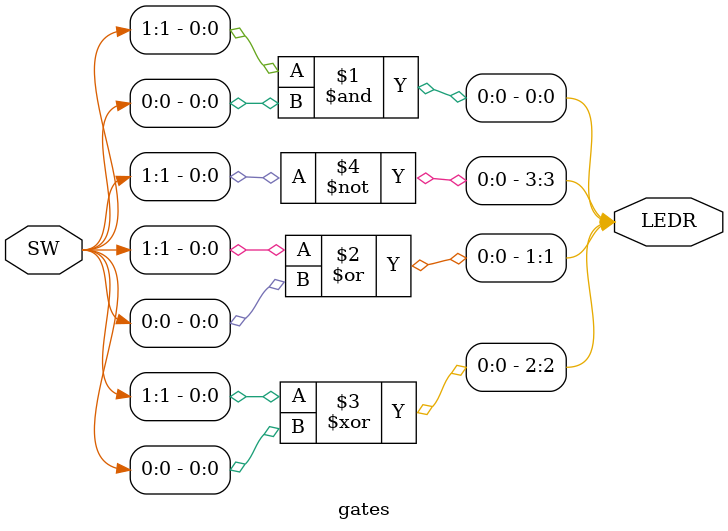
<source format=v>
module gates(SW, LEDR);
input [1:0] SW;
output [3:0] LEDR;

assign LEDR[0] = SW[1] & SW[0];
assign LEDR[1] = SW[1] | SW[0];
assign LEDR[2] = SW[1] ^ SW[0];
assign LEDR[3] = ~SW[1];

endmodule //3:25 PM 30-MAR-18
</source>
